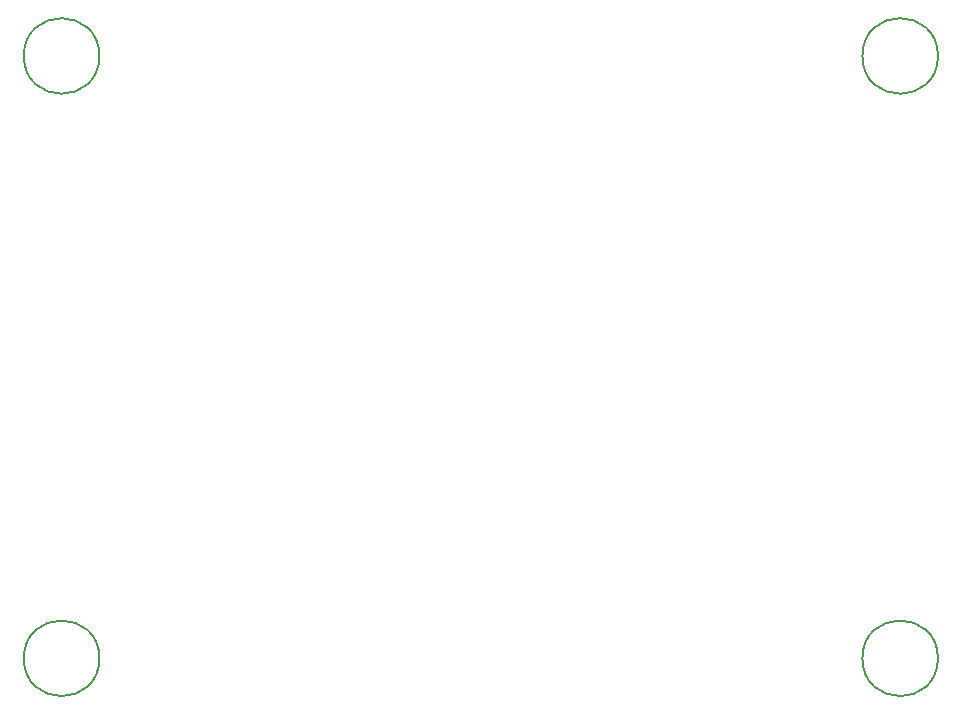
<source format=gbr>
%TF.GenerationSoftware,KiCad,Pcbnew,7.0.7*%
%TF.CreationDate,2024-01-29T23:46:25+01:00*%
%TF.ProjectId,OS-servoDriver_relay,4f532d73-6572-4766-9f44-72697665725f,rev?*%
%TF.SameCoordinates,Original*%
%TF.FileFunction,Other,Comment*%
%FSLAX46Y46*%
G04 Gerber Fmt 4.6, Leading zero omitted, Abs format (unit mm)*
G04 Created by KiCad (PCBNEW 7.0.7) date 2024-01-29 23:46:25*
%MOMM*%
%LPD*%
G01*
G04 APERTURE LIST*
%ADD10C,0.150000*%
G04 APERTURE END LIST*
D10*
%TO.C,REF\u002A\u002A*%
X248700000Y-106000000D02*
G75*
G03*
X248700000Y-106000000I-3200000J0D01*
G01*
X177700000Y-157000000D02*
G75*
G03*
X177700000Y-157000000I-3200000J0D01*
G01*
X248700000Y-157000000D02*
G75*
G03*
X248700000Y-157000000I-3200000J0D01*
G01*
X177700000Y-106000000D02*
G75*
G03*
X177700000Y-106000000I-3200000J0D01*
G01*
%TD*%
M02*

</source>
